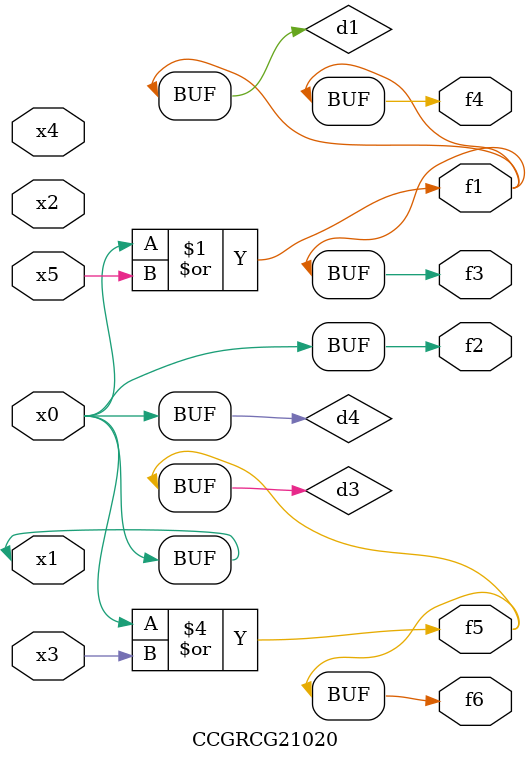
<source format=v>
module CCGRCG21020(
	input x0, x1, x2, x3, x4, x5,
	output f1, f2, f3, f4, f5, f6
);

	wire d1, d2, d3, d4;

	or (d1, x0, x5);
	xnor (d2, x1, x4);
	or (d3, x0, x3);
	buf (d4, x0, x1);
	assign f1 = d1;
	assign f2 = d4;
	assign f3 = d1;
	assign f4 = d1;
	assign f5 = d3;
	assign f6 = d3;
endmodule

</source>
